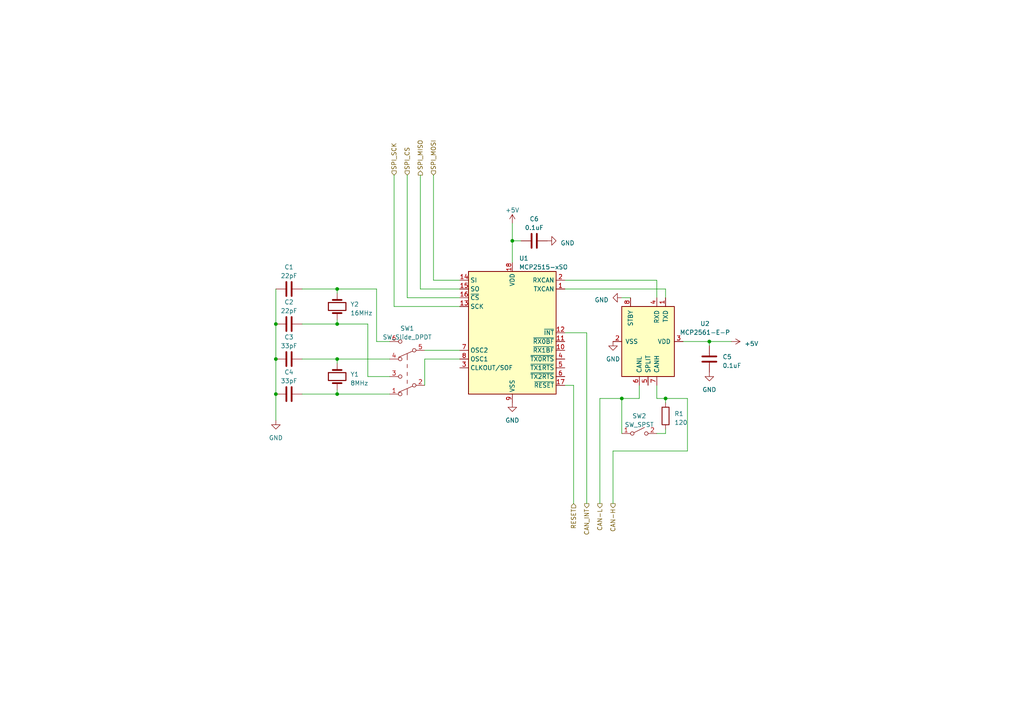
<source format=kicad_sch>
(kicad_sch (version 20230121) (generator eeschema)
  (paper "A4")
  (lib_symbols
    (symbol "Device:C" (pin_numbers hide) (pin_names (offset 0.254))
      (property "Reference" "C" (at 0.635 2.54 0))
      (property "Value" "C" (at 0.635 -2.54 0))
      (symbol "C_0_1"
        (polyline (pts (xy -2.032 -0.762) (xy 2.032 -0.762)) (stroke (width 0.508)))
        (polyline (pts (xy -2.032 0.762) (xy 2.032 0.762)) (stroke (width 0.508)))
      )
      (symbol "C_1_1"
        (pin passive line (at 0 3.81 270) (length 2.794) (name "~") (number "1"))
        (pin passive line (at 0 -3.81 90) (length 2.794) (name "~") (number "2"))
      )
    )
    (symbol "Device:Crystal" (pin_numbers hide) (pin_names (offset 1.016) hide)
      (property "Reference" "Y" (at 0 3.81 0))
      (property "Value" "Crystal" (at 0 -3.81 0))
      (symbol "Crystal_0_1"
        (rectangle (start -1.143 2.54) (end 1.143 -2.54) (stroke (width 0.3048)))
        (polyline (pts (xy -2.54 0) (xy -1.905 0)))
        (polyline (pts (xy -1.905 -1.27) (xy -1.905 1.27)) (stroke (width 0.508)))
        (polyline (pts (xy 1.905 -1.27) (xy 1.905 1.27)) (stroke (width 0.508)))
        (polyline (pts (xy 2.54 0) (xy 1.905 0)))
      )
      (symbol "Crystal_1_1"
        (pin passive line (at -3.81 0 0) (length 1.27) (name "1") (number "1"))
        (pin passive line (at 3.81 0 180) (length 1.27) (name "2") (number "2"))
      )
    )
    (symbol "Device:R" (pin_numbers hide) (pin_names (offset 0))
      (property "Reference" "R" (at 2.032 0 90))
      (property "Value" "R" (at 0 0 90))
      (symbol "R_0_1"
        (rectangle (start -1.016 -2.54) (end 1.016 2.54) (stroke (width 0.254)))
      )
      (symbol "R_1_1"
        (pin passive line (at 0 3.81 270) (length 1.27) (name "~") (number "1"))
        (pin passive line (at 0 -3.81 90) (length 1.27) (name "~") (number "2"))
      )
    )
    (symbol "Interface_CAN_LIN:MCP2515-xSO"
      (property "Reference" "U" (at -10.16 19.685 0))
      (property "Value" "MCP2515-xSO" (at 19.05 20.32 0))
      (symbol "MCP2515-xSO_0_1"
        (rectangle (start -12.7 17.78) (end 12.7 -17.78) (stroke (width 0.254)) (fill (type background)))
      )
      (symbol "MCP2515-xSO_1_1"
        (pin output line (at 15.24 12.7 180) (length 2.54) (name "TXCAN") (number "1"))
        (pin output line (at 15.24 -5.08 180) (length 2.54) (name "~{RX1BF}") (number "10"))
        (pin output line (at 15.24 -2.54 180) (length 2.54) (name "~{RX0BF}") (number "11"))
        (pin output line (at 15.24 0 180) (length 2.54) (name "~{INT}") (number "12"))
        (pin input line (at -15.24 7.62 0) (length 2.54) (name "SCK") (number "13"))
        (pin input line (at -15.24 15.24 0) (length 2.54) (name "SI") (number "14"))
        (pin output line (at -15.24 12.7 0) (length 2.54) (name "SO") (number "15"))
        (pin input line (at -15.24 10.16 0) (length 2.54) (name "~{CS}") (number "16"))
        (pin input line (at 15.24 -15.24 180) (length 2.54) (name "~{RESET}") (number "17"))
        (pin power_in line (at 0 20.32 270) (length 2.54) (name "VDD") (number "18"))
        (pin input line (at 15.24 15.24 180) (length 2.54) (name "RXCAN") (number "2"))
        (pin output line (at -15.24 -10.16 0) (length 2.54) (name "CLKOUT/SOF") (number "3"))
        (pin input line (at 15.24 -7.62 180) (length 2.54) (name "~{TX0RTS}") (number "4"))
        (pin input line (at 15.24 -10.16 180) (length 2.54) (name "~{TX1RTS}") (number "5"))
        (pin input line (at 15.24 -12.7 180) (length 2.54) (name "~{TX2RTS}") (number "6"))
        (pin output line (at -15.24 -5.08 0) (length 2.54) (name "OSC2") (number "7"))
        (pin input line (at -15.24 -7.62 0) (length 2.54) (name "OSC1") (number "8"))
        (pin power_in line (at 0 -20.32 90) (length 2.54) (name "VSS") (number "9"))
      )
    )
    (symbol "Interface_CAN_LIN:MCP2561-E-P" (pin_names (offset 1.016))
      (property "Reference" "U" (at -10.16 8.89 0))
      (property "Value" "MCP2561-E-P" (at 2.54 8.89 0))
      (symbol "MCP2561-E-P_0_1"
        (rectangle (start -10.16 7.62) (end 10.16 -7.62) (stroke (width 0.254)) (fill (type background)))
      )
      (symbol "MCP2561-E-P_1_1"
        (pin input line (at -12.7 5.08 0) (length 2.54) (name "TXD") (number "1"))
        (pin power_in line (at 0 -10.16 90) (length 2.54) (name "VSS") (number "2"))
        (pin power_in line (at 0 10.16 270) (length 2.54) (name "VDD") (number "3"))
        (pin output line (at -12.7 2.54 0) (length 2.54) (name "RXD") (number "4"))
        (pin passive line (at 12.7 0 180) (length 2.54) (name "SPLIT") (number "5"))
        (pin bidirectional line (at 12.7 -2.54 180) (length 2.54) (name "CANL") (number "6"))
        (pin bidirectional line (at 12.7 2.54 180) (length 2.54) (name "CANH") (number "7"))
        (pin input line (at -12.7 -5.08 0) (length 2.54) (name "STBY") (number "8"))
      )
    )
    (symbol "Switch:SW_Push_DPDT" (pin_names (offset 0) hide)
      (property "Reference" "SW" (at 0 8.89 0))
      (property "Value" "SW_Push_DPDT" (at 0 -10.16 0))
      (symbol "SW_Push_DPDT_0_0"
        (circle (center -2.032 -5.08) (radius 0.508))
        (circle (center -2.032 5.08) (radius 0.508))
        (circle (center 2.032 -7.62) (radius 0.508))
        (circle (center 2.032 2.54) (radius 0.508))
      )
      (symbol "SW_Push_DPDT_0_1"
        (polyline (pts (xy -1.524 -4.826) (xy 2.54 -3.048)))
        (polyline (pts (xy -1.524 5.334) (xy 2.54 7.112)))
        (polyline (pts (xy 0 -2.286) (xy 0 -4.064)))
        (polyline (pts (xy 0 -1.016) (xy 0 0)))
        (polyline (pts (xy 0 1.27) (xy 0 2.286)))
        (polyline (pts (xy 0 3.556) (xy 0 4.572)))
        (polyline (pts (xy 0 7.874) (xy 0 6.096)))
        (circle (center 2.032 -2.54) (radius 0.508))
        (circle (center 2.032 7.62) (radius 0.508))
      )
      (symbol "SW_Push_DPDT_1_1"
        (pin passive line (at 5.08 7.62 180) (length 2.54) (name "A") (number "1"))
        (pin passive line (at -5.08 5.08 0) (length 2.54) (name "B") (number "2"))
        (pin passive line (at 5.08 2.54 180) (length 2.54) (name "C") (number "3"))
        (pin passive line (at 5.08 -2.54 180) (length 2.54) (name "A") (number "4"))
        (pin passive line (at -5.08 -5.08 0) (length 2.54) (name "B") (number "5"))
        (pin passive line (at 5.08 -7.62 180) (length 2.54) (name "C") (number "6"))
      )
    )
    (symbol "Switch:SW_SPST" (pin_names (offset 0) hide)
      (property "Reference" "SW" (at 0 3.175 0))
      (property "Value" "SW_SPST" (at 0 -2.54 0))
      (symbol "SW_SPST_0_0"
        (circle (center -2.032 0) (radius 0.508))
        (polyline (pts (xy -1.524 0.254) (xy 1.524 1.778)))
        (circle (center 2.032 0) (radius 0.508))
      )
      (symbol "SW_SPST_1_1"
        (pin passive line (at -5.08 0 0) (length 2.54) (name "A") (number "1"))
        (pin passive line (at 5.08 0 180) (length 2.54) (name "B") (number "2"))
      )
    )
    (symbol "power:+5V" (power) (pin_names (offset 0))
      (property "Value" "+5V" (at 0 3.556 0))
      (symbol "+5V_0_1"
        (polyline (pts (xy -0.762 1.27) (xy 0 2.54)))
        (polyline (pts (xy 0 0) (xy 0 2.54)))
        (polyline (pts (xy 0 2.54) (xy 0.762 1.27)))
      )
      (symbol "+5V_1_1"
        (pin power_in line (at 0 0 90) (length 0) hide (name "+5V") (number "1"))
      )
    )
    (symbol "power:GND" (power) (pin_names (offset 0))
      (property "Value" "GND" (at 0 -3.81 0))
      (symbol "GND_0_1"
        (polyline (pts (xy 0 0) (xy 0 -1.27) (xy 1.27 -1.27) (xy 0 -2.54) (xy -1.27 -1.27) (xy 0 -1.27)))
      )
      (symbol "GND_1_1"
        (pin power_in line (at 0 0 270) (length 0) hide (name "GND") (number "1"))
      )
    )
  )
  (junction (at 97.79 83.82))
  (junction (at 148.59 69.85))
  (junction (at 97.79 114.3))
  (junction (at 193.04 115.57))
  (junction (at 205.74 99.06))
  (junction (at 80.01 114.3))
  (junction (at 97.79 104.14))
  (junction (at 97.79 93.98))
  (junction (at 80.01 104.14))
  (junction (at 80.01 93.98))
  (junction (at 180.34 115.57))
  (wire (pts (xy 87.63 83.82) (xy 97.79 83.82)))
  (wire (pts (xy 118.11 50.8) (xy 118.11 86.36)))
  (wire (pts (xy 148.59 69.85) (xy 151.13 69.85)))
  (wire (pts (xy 199.39 115.57) (xy 199.39 130.81)))
  (wire (pts (xy 97.79 104.14) (xy 113.03 104.14)))
  (wire (pts (xy 123.19 101.6) (xy 133.35 101.6)))
  (wire (pts (xy 163.83 83.82) (xy 193.04 83.82)))
  (wire (pts (xy 180.34 86.36) (xy 182.88 86.36)))
  (wire (pts (xy 121.92 50.8) (xy 121.92 83.82)))
  (wire (pts (xy 193.04 125.73) (xy 193.04 124.46)))
  (wire (pts (xy 97.79 114.3) (xy 113.03 114.3)))
  (wire (pts (xy 109.22 83.82) (xy 97.79 83.82)))
  (wire (pts (xy 166.37 111.76) (xy 166.37 146.05)))
  (wire (pts (xy 180.34 115.57) (xy 180.34 125.73)))
  (wire (pts (xy 87.63 93.98) (xy 97.79 93.98)))
  (wire (pts (xy 125.73 50.8) (xy 125.73 81.28)))
  (wire (pts (xy 193.04 115.57) (xy 199.39 115.57)))
  (wire (pts (xy 185.42 111.76) (xy 185.42 115.57)))
  (wire (pts (xy 97.79 83.82) (xy 97.79 85.09)))
  (wire (pts (xy 123.19 104.14) (xy 123.19 111.76)))
  (wire (pts (xy 106.68 93.98) (xy 97.79 93.98)))
  (wire (pts (xy 190.5 81.28) (xy 190.5 86.36)))
  (wire (pts (xy 180.34 115.57) (xy 173.99 115.57)))
  (wire (pts (xy 113.03 109.22) (xy 106.68 109.22)))
  (wire (pts (xy 109.22 99.06) (xy 109.22 83.82)))
  (wire (pts (xy 133.35 104.14) (xy 123.19 104.14)))
  (wire (pts (xy 97.79 113.03) (xy 97.79 114.3)))
  (wire (pts (xy 80.01 83.82) (xy 80.01 93.98)))
  (wire (pts (xy 97.79 105.41) (xy 97.79 104.14)))
  (wire (pts (xy 177.8 130.81) (xy 177.8 146.05)))
  (wire (pts (xy 80.01 114.3) (xy 80.01 121.92)))
  (wire (pts (xy 205.74 99.06) (xy 212.09 99.06)))
  (wire (pts (xy 148.59 64.77) (xy 148.59 69.85)))
  (wire (pts (xy 80.01 104.14) (xy 80.01 114.3)))
  (wire (pts (xy 190.5 125.73) (xy 193.04 125.73)))
  (wire (pts (xy 106.68 109.22) (xy 106.68 93.98)))
  (wire (pts (xy 190.5 115.57) (xy 193.04 115.57)))
  (wire (pts (xy 87.63 114.3) (xy 97.79 114.3)))
  (wire (pts (xy 97.79 104.14) (xy 87.63 104.14)))
  (wire (pts (xy 80.01 93.98) (xy 80.01 104.14)))
  (wire (pts (xy 163.83 111.76) (xy 166.37 111.76)))
  (wire (pts (xy 193.04 115.57) (xy 193.04 116.84)))
  (wire (pts (xy 170.18 96.52) (xy 170.18 146.05)))
  (wire (pts (xy 199.39 130.81) (xy 177.8 130.81)))
  (wire (pts (xy 190.5 111.76) (xy 190.5 115.57)))
  (wire (pts (xy 125.73 81.28) (xy 133.35 81.28)))
  (wire (pts (xy 163.83 81.28) (xy 190.5 81.28)))
  (wire (pts (xy 97.79 93.98) (xy 97.79 92.71)))
  (wire (pts (xy 114.3 88.9) (xy 133.35 88.9)))
  (wire (pts (xy 118.11 86.36) (xy 133.35 86.36)))
  (wire (pts (xy 114.3 50.8) (xy 114.3 88.9)))
  (wire (pts (xy 148.59 69.85) (xy 148.59 76.2)))
  (wire (pts (xy 180.34 115.57) (xy 185.42 115.57)))
  (wire (pts (xy 173.99 115.57) (xy 173.99 146.05)))
  (wire (pts (xy 121.92 83.82) (xy 133.35 83.82)))
  (wire (pts (xy 163.83 96.52) (xy 170.18 96.52)))
  (wire (pts (xy 193.04 83.82) (xy 193.04 86.36)))
  (wire (pts (xy 198.12 99.06) (xy 205.74 99.06)))
  (wire (pts (xy 205.74 100.33) (xy 205.74 99.06)))
  (wire (pts (xy 113.03 99.06) (xy 109.22 99.06)))
  (hierarchical_label "CAN_INT" (shape output) (at 170.18 146.05 270))
  (hierarchical_label "CAN-H" (shape output) (at 177.8 146.05 270))
  (hierarchical_label "SPI_MISO" (shape output) (at 121.92 50.8 90))
  (hierarchical_label "SPI_MOSI" (shape input) (at 125.73 50.8 90))
  (hierarchical_label "RESET" (shape input) (at 166.37 146.05 270))
  (hierarchical_label "CAN-L" (shape output) (at 173.99 146.05 270))
  (hierarchical_label "SPI_SCK" (shape input) (at 114.3 50.8 90))
  (hierarchical_label "SPI_CS" (shape input) (at 118.11 50.8 90))
  (symbol (lib_id "Interface_CAN_LIN:MCP2561-E-P") (at 187.96 99.06 270) (unit 1)
    (property "Reference" "U2" (at 204.47 93.8783 90))
    (property "Value" "MCP2561-E-P" (at 204.47 96.4183 90))
    (property "Footprint" "Package_DIP:DIP-8_W7.62mm" (effects hide))
    (property "Datasheet" "http://ww1.microchip.com/downloads/en/DeviceDoc/25167A.pdf" (effects hide))
  )
  (symbol (lib_id "power:GND") (at 180.34 86.36 270) (unit 1)
    (property "Reference" "#PWR08" (effects hide))
    (property "Value" "GND" (at 176.53 86.995 90) (effects (justify right)))
  )
  (symbol (lib_id "power:GND") (at 158.75 69.85 90) (unit 1)
    (property "Reference" "#PWR05" (effects hide))
    (property "Value" "GND" (at 162.56 70.485 90) (effects (justify right)))
  )
  (symbol (lib_id "power:+5V") (at 148.59 64.77 0) (unit 1)
    (property "Reference" "#PWR06" (effects hide))
    (property "Value" "+5V" (at 148.59 60.96 0))
  )
  (symbol (lib_id "power:GND") (at 177.8 99.06 0) (unit 1)
    (property "Reference" "#PWR02" (effects hide))
    (property "Value" "GND" (at 177.8 104.14 0))
  )
  (symbol (lib_id "power:GND") (at 205.74 107.95 0) (unit 1)
    (property "Reference" "#PWR04" (effects hide))
    (property "Value" "GND" (at 205.74 113.03 0))
  )
  (symbol (lib_id "Device:C") (at 205.74 104.14 0) (unit 1)
    (property "Reference" "C5" (at 209.55 103.505 0) (effects (justify left)))
    (property "Value" "0.1uF" (at 209.55 106.045 0) (effects (justify left)))
    (property "Footprint" "Capacitor_THT:C_Disc_D5.0mm_W2.5mm_P5.00mm" (effects hide))
  )
  (symbol (lib_id "Device:Crystal") (at 97.79 109.22 270) (unit 1)
    (property "Reference" "Y1" (at 101.6 108.585 90) (effects (justify left)))
    (property "Value" "8MHz" (at 101.6 111.125 90) (effects (justify left)))
    (property "Footprint" "Crystal:Crystal_HC49-4H_Vertical" (effects hide))
  )
  (symbol (lib_id "Interface_CAN_LIN:MCP2515-xSO") (at 148.59 96.52 0) (unit 1)
    (property "Reference" "U1" (at 150.5459 74.93 0) (effects (justify left)))
    (property "Value" "MCP2515-xSO" (at 150.5459 77.47 0) (effects (justify left)))
    (property "Footprint" "Package_SO:SOIC-18W_7.5x11.6mm_P1.27mm" (effects hide))
    (property "Datasheet" "http://ww1.microchip.com/downloads/en/DeviceDoc/21801e.pdf" (effects hide))
  )
  (symbol (lib_id "power:GND") (at 148.59 116.84 0) (unit 1)
    (property "Reference" "#PWR07" (effects hide))
    (property "Value" "GND" (at 148.59 121.92 0))
  )
  (symbol (lib_id "Device:Crystal") (at 97.79 88.9 90) (unit 1)
    (property "Reference" "Y2" (at 101.6 88.265 90) (effects (justify right)))
    (property "Value" "16MHz" (at 101.6 90.805 90) (effects (justify right)))
    (property "Footprint" "Crystal:Crystal_HC49-4H_Vertical" (effects hide))
  )
  (symbol (lib_id "Device:C") (at 154.94 69.85 90) (unit 1)
    (property "Reference" "C6" (at 154.94 63.5 90))
    (property "Value" "0.1uF" (at 154.94 66.04 90))
    (property "Footprint" "Capacitor_THT:C_Disc_D5.0mm_W2.5mm_P5.00mm" (effects hide))
  )
  (symbol (lib_id "Switch:SW_SPST") (at 185.42 125.73 0) (unit 1)
    (property "Reference" "SW2" (at 185.42 120.65 0))
    (property "Value" "SW_SPST" (at 185.42 123.19 0))
    (property "Footprint" "Button_Switch_THT:SW_DIP_SPSTx01_Slide_9.78x4.72mm_W7.62mm_P2.54mm" (effects hide))
  )
  (symbol (lib_id "power:+5V") (at 212.09 99.06 270) (unit 1)
    (property "Reference" "#PWR03" (effects hide))
    (property "Value" "+5V" (at 215.9 99.695 90) (effects (justify left)))
  )
  (symbol (lib_id "power:GND") (at 80.01 121.92 0) (unit 1)
    (property "Reference" "#PWR01" (effects hide))
    (property "Value" "GND" (at 80.01 127 0))
  )
  (symbol (lib_id "Device:C") (at 83.82 93.98 90) (unit 1)
    (property "Reference" "C2" (at 83.82 87.63 90))
    (property "Value" "22pF" (at 83.82 90.17 90))
    (property "Footprint" "Capacitor_THT:C_Disc_D5.0mm_W2.5mm_P5.00mm" (effects hide))
  )
  (symbol (lib_id "Device:C") (at 83.82 83.82 90) (unit 1)
    (property "Reference" "C1" (at 83.82 77.47 90))
    (property "Value" "22pF" (at 83.82 80.01 90))
    (property "Footprint" "Capacitor_THT:C_Disc_D5.0mm_W2.5mm_P5.00mm" (effects hide))
  )
  (symbol (lib_id "Switch:SW_Push_DPDT") (at 118.11 106.68 180) (unit 1)
    (property "Reference" "SW1" (at 118.11 95.25 0))
    (property "Value" "SW_Slide_DPDT" (at 118.11 97.79 0))
    (property "Footprint" "Button_Switch_THT:SW_CuK_JS202011CQN_DPDT_Straight" (effects hide))
  )
  (symbol (lib_id "Device:C") (at 83.82 114.3 90) (unit 1)
    (property "Reference" "C4" (at 83.82 107.95 90))
    (property "Value" "33pF" (at 83.82 110.49 90))
    (property "Footprint" "Capacitor_THT:C_Disc_D5.0mm_W2.5mm_P5.00mm" (effects hide))
  )
  (symbol (lib_id "Device:C") (at 83.82 104.14 90) (unit 1)
    (property "Reference" "C3" (at 83.82 97.79 90))
    (property "Value" "33pF" (at 83.82 100.33 90))
    (property "Footprint" "Capacitor_THT:C_Disc_D5.0mm_W2.5mm_P5.00mm" (effects hide))
  )
  (symbol (lib_id "Device:R") (at 193.04 120.65 0) (unit 1)
    (property "Reference" "R1" (at 195.58 120.015 0) (effects (justify left)))
    (property "Value" "120" (at 195.58 122.555 0) (effects (justify left)))
    (property "Footprint" "Resistor_SMD:R_2512_6332Metric" (effects hide))
  )
)
</source>
